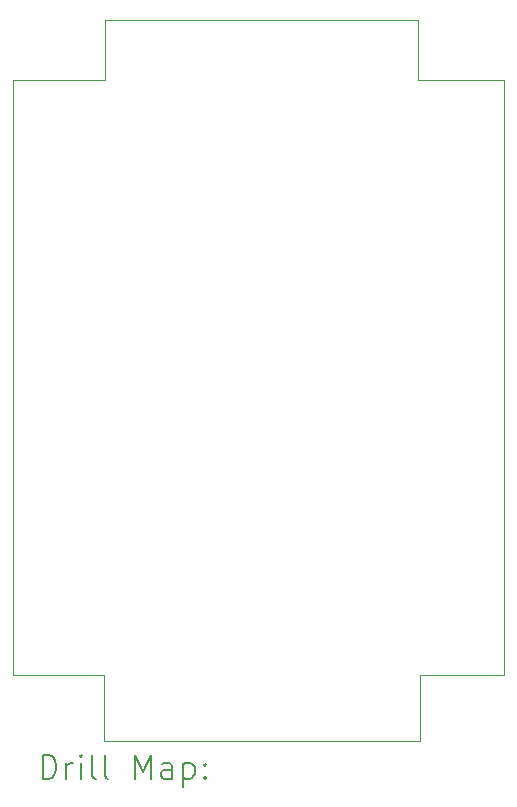
<source format=gbr>
%FSLAX45Y45*%
G04 Gerber Fmt 4.5, Leading zero omitted, Abs format (unit mm)*
G04 Created by KiCad (PCBNEW (6.0.6)) date 2022-10-28 21:49:40*
%MOMM*%
%LPD*%
G01*
G04 APERTURE LIST*
%TA.AperFunction,Profile*%
%ADD10C,0.100000*%
%TD*%
%ADD11C,0.200000*%
G04 APERTURE END LIST*
D10*
X22610000Y-2730000D02*
X22610000Y-7770000D01*
X21880000Y-2730000D02*
X22610000Y-2730000D01*
X21880000Y-2220000D02*
X21880000Y-2730000D01*
X19230000Y-2220000D02*
X21880000Y-2220000D01*
X19230000Y-2730000D02*
X19230000Y-2220000D01*
X18450000Y-2730000D02*
X19230000Y-2730000D01*
X18450000Y-7770000D02*
X18450000Y-2730000D01*
X19220000Y-7770000D02*
X18450000Y-7770000D01*
X19220000Y-8330000D02*
X19220000Y-7770000D01*
X21900000Y-8330000D02*
X19220000Y-8330000D01*
X21900000Y-7770000D02*
X21900000Y-8330000D01*
X22610000Y-7770000D02*
X21900000Y-7770000D01*
D11*
X18702619Y-8645476D02*
X18702619Y-8445476D01*
X18750238Y-8445476D01*
X18778810Y-8455000D01*
X18797857Y-8474048D01*
X18807381Y-8493095D01*
X18816905Y-8531190D01*
X18816905Y-8559762D01*
X18807381Y-8597857D01*
X18797857Y-8616905D01*
X18778810Y-8635952D01*
X18750238Y-8645476D01*
X18702619Y-8645476D01*
X18902619Y-8645476D02*
X18902619Y-8512143D01*
X18902619Y-8550238D02*
X18912143Y-8531190D01*
X18921667Y-8521667D01*
X18940714Y-8512143D01*
X18959762Y-8512143D01*
X19026429Y-8645476D02*
X19026429Y-8512143D01*
X19026429Y-8445476D02*
X19016905Y-8455000D01*
X19026429Y-8464524D01*
X19035952Y-8455000D01*
X19026429Y-8445476D01*
X19026429Y-8464524D01*
X19150238Y-8645476D02*
X19131190Y-8635952D01*
X19121667Y-8616905D01*
X19121667Y-8445476D01*
X19255000Y-8645476D02*
X19235952Y-8635952D01*
X19226429Y-8616905D01*
X19226429Y-8445476D01*
X19483571Y-8645476D02*
X19483571Y-8445476D01*
X19550238Y-8588333D01*
X19616905Y-8445476D01*
X19616905Y-8645476D01*
X19797857Y-8645476D02*
X19797857Y-8540714D01*
X19788333Y-8521667D01*
X19769286Y-8512143D01*
X19731190Y-8512143D01*
X19712143Y-8521667D01*
X19797857Y-8635952D02*
X19778810Y-8645476D01*
X19731190Y-8645476D01*
X19712143Y-8635952D01*
X19702619Y-8616905D01*
X19702619Y-8597857D01*
X19712143Y-8578810D01*
X19731190Y-8569286D01*
X19778810Y-8569286D01*
X19797857Y-8559762D01*
X19893095Y-8512143D02*
X19893095Y-8712143D01*
X19893095Y-8521667D02*
X19912143Y-8512143D01*
X19950238Y-8512143D01*
X19969286Y-8521667D01*
X19978810Y-8531190D01*
X19988333Y-8550238D01*
X19988333Y-8607381D01*
X19978810Y-8626429D01*
X19969286Y-8635952D01*
X19950238Y-8645476D01*
X19912143Y-8645476D01*
X19893095Y-8635952D01*
X20074048Y-8626429D02*
X20083571Y-8635952D01*
X20074048Y-8645476D01*
X20064524Y-8635952D01*
X20074048Y-8626429D01*
X20074048Y-8645476D01*
X20074048Y-8521667D02*
X20083571Y-8531190D01*
X20074048Y-8540714D01*
X20064524Y-8531190D01*
X20074048Y-8521667D01*
X20074048Y-8540714D01*
M02*

</source>
